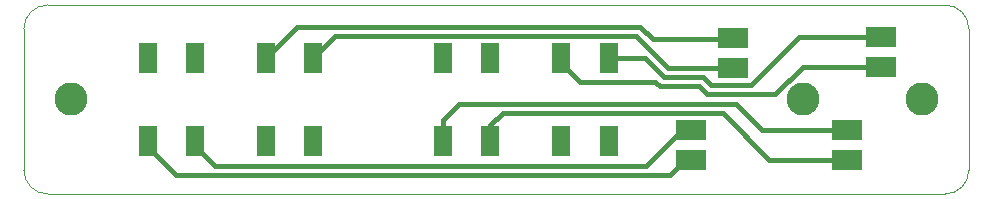
<source format=gbr>
%TF.GenerationSoftware,KiCad,Pcbnew,7.0.11-7.0.11~ubuntu22.04.1*%
%TF.CreationDate,2024-11-27T18:01:43+02:00*%
%TF.ProjectId,TundraStylus_Rev00_PCB,54756e64-7261-4537-9479-6c75735f5265,rev?*%
%TF.SameCoordinates,Original*%
%TF.FileFunction,Copper,L1,Top*%
%TF.FilePolarity,Positive*%
%FSLAX46Y46*%
G04 Gerber Fmt 4.6, Leading zero omitted, Abs format (unit mm)*
G04 Created by KiCad (PCBNEW 7.0.11-7.0.11~ubuntu22.04.1) date 2024-11-27 18:01:43*
%MOMM*%
%LPD*%
G01*
G04 APERTURE LIST*
%TA.AperFunction,SMDPad,CuDef*%
%ADD10R,1.500000X2.500000*%
%TD*%
%TA.AperFunction,SMDPad,CuDef*%
%ADD11R,2.500000X1.700000*%
%TD*%
%TA.AperFunction,ComponentPad*%
%ADD12C,2.800000*%
%TD*%
%TA.AperFunction,Conductor*%
%ADD13C,0.400000*%
%TD*%
%TA.AperFunction,Profile*%
%ADD14C,0.050000*%
%TD*%
G04 APERTURE END LIST*
D10*
X105500000Y-101500000D03*
X105500000Y-94500000D03*
X109500000Y-101500000D03*
X109500000Y-94500000D03*
X144500000Y-94500000D03*
X144500000Y-101500000D03*
X140500000Y-94500000D03*
X140500000Y-101500000D03*
D11*
X164700000Y-103100000D03*
X164700000Y-100560000D03*
X167600000Y-92700000D03*
X167600000Y-95240000D03*
X151500000Y-100600000D03*
X151500000Y-103140000D03*
D12*
X171000000Y-98000000D03*
D10*
X134500000Y-94500000D03*
X134500000Y-101500000D03*
X130500000Y-94500000D03*
X130500000Y-101500000D03*
D12*
X99000000Y-98000000D03*
D11*
X155000000Y-95300000D03*
X155000000Y-92760000D03*
D12*
X161000000Y-98000000D03*
D10*
X119500000Y-94500000D03*
X119500000Y-101500000D03*
X115500000Y-94500000D03*
X115500000Y-101500000D03*
D13*
X109500000Y-101500000D02*
X109500000Y-101900000D01*
X109500000Y-101900000D02*
X111200000Y-103600000D01*
X111200000Y-103600000D02*
X147700000Y-103600000D01*
X147700000Y-103600000D02*
X150700000Y-100600000D01*
X150700000Y-100600000D02*
X151500000Y-100600000D01*
X105500000Y-101500000D02*
X105500000Y-102000000D01*
X105500000Y-102000000D02*
X107900000Y-104400000D01*
X149700000Y-104400000D02*
X150900000Y-103200000D01*
X107900000Y-104400000D02*
X149700000Y-104400000D01*
X150900000Y-103200000D02*
X151440000Y-103200000D01*
X151440000Y-103200000D02*
X151500000Y-103140000D01*
X134500000Y-101500000D02*
X134500000Y-100200000D01*
X134500000Y-100200000D02*
X135550000Y-99150000D01*
X135550000Y-99150000D02*
X154150000Y-99150000D01*
X154150000Y-99150000D02*
X158100000Y-103100000D01*
X158100000Y-103100000D02*
X164700000Y-103100000D01*
X130500000Y-101500000D02*
X130500000Y-99700000D01*
X131850000Y-98350000D02*
X155250000Y-98350000D01*
X130500000Y-99700000D02*
X131850000Y-98350000D01*
X155250000Y-98350000D02*
X157500000Y-100600000D01*
X157500000Y-100600000D02*
X157540000Y-100560000D01*
X157540000Y-100560000D02*
X164700000Y-100560000D01*
X140500000Y-94500000D02*
X140500000Y-94900000D01*
X140500000Y-94900000D02*
X142100000Y-96500000D01*
X142100000Y-96500000D02*
X148437258Y-96500000D01*
X148437258Y-96500000D02*
X148837258Y-96900000D01*
X148837258Y-96900000D02*
X152168630Y-96900000D01*
X152168630Y-96900000D02*
X152818630Y-97550000D01*
X152818630Y-97550000D02*
X158621572Y-97550000D01*
X158621572Y-97550000D02*
X160931572Y-95240000D01*
X160931572Y-95240000D02*
X167600000Y-95240000D01*
X144500000Y-94500000D02*
X147568629Y-94500000D01*
X147568629Y-94500000D02*
X149168629Y-96100000D01*
X149168629Y-96100000D02*
X152500000Y-96100000D01*
X152500000Y-96100000D02*
X153150000Y-96750000D01*
X153150000Y-96750000D02*
X156550000Y-96750000D01*
X156550000Y-96750000D02*
X160600000Y-92700000D01*
X160600000Y-92700000D02*
X167600000Y-92700000D01*
X115500000Y-94500000D02*
X118150000Y-91850000D01*
X154860000Y-92900000D02*
X155000000Y-92760000D01*
X118150000Y-91850000D02*
X147181370Y-91850000D01*
X147181370Y-91850000D02*
X148231370Y-92900000D01*
X148231370Y-92900000D02*
X154860000Y-92900000D01*
X119500000Y-94500000D02*
X121350000Y-92650000D01*
X121350000Y-92650000D02*
X146850000Y-92650000D01*
X146850000Y-92650000D02*
X149500000Y-95300000D01*
X149500000Y-95300000D02*
X155000000Y-95300000D01*
D14*
X175000000Y-92000000D02*
G75*
G03*
X173000000Y-90000000I-2000000J0D01*
G01*
X173000000Y-106000000D02*
G75*
G03*
X175000000Y-104000000I0J2000000D01*
G01*
X175000000Y-92000000D02*
X175000000Y-104000000D01*
X97000000Y-90000000D02*
G75*
G03*
X95000000Y-92000000I0J-2000000D01*
G01*
X97000000Y-90000000D02*
X173000000Y-90000000D01*
X95000000Y-104000000D02*
G75*
G03*
X97000000Y-106000000I2000000J0D01*
G01*
X173000000Y-106000000D02*
X97000000Y-106000000D01*
X95000000Y-104000000D02*
X95000000Y-92000000D01*
M02*

</source>
